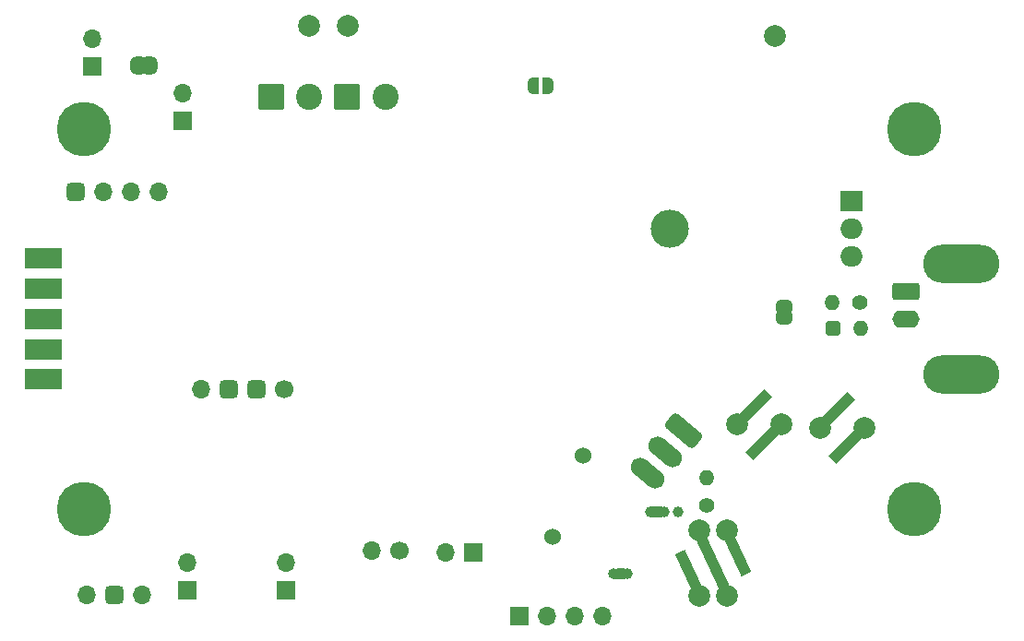
<source format=gbr>
%TF.GenerationSoftware,KiCad,Pcbnew,9.0.4*%
%TF.CreationDate,2025-10-22T16:45:45-04:00*%
%TF.ProjectId,SignalSlinger,5369676e-616c-4536-9c69-6e6765722e6b,rev?*%
%TF.SameCoordinates,Original*%
%TF.FileFunction,Soldermask,Bot*%
%TF.FilePolarity,Negative*%
%FSLAX46Y46*%
G04 Gerber Fmt 4.6, Leading zero omitted, Abs format (unit mm)*
G04 Created by KiCad (PCBNEW 9.0.4) date 2025-10-22 16:45:45*
%MOMM*%
%LPD*%
G01*
G04 APERTURE LIST*
G04 Aperture macros list*
%AMRoundRect*
0 Rectangle with rounded corners*
0 $1 Rounding radius*
0 $2 $3 $4 $5 $6 $7 $8 $9 X,Y pos of 4 corners*
0 Add a 4 corners polygon primitive as box body*
4,1,4,$2,$3,$4,$5,$6,$7,$8,$9,$2,$3,0*
0 Add four circle primitives for the rounded corners*
1,1,$1+$1,$2,$3*
1,1,$1+$1,$4,$5*
1,1,$1+$1,$6,$7*
1,1,$1+$1,$8,$9*
0 Add four rect primitives between the rounded corners*
20,1,$1+$1,$2,$3,$4,$5,0*
20,1,$1+$1,$4,$5,$6,$7,0*
20,1,$1+$1,$6,$7,$8,$9,0*
20,1,$1+$1,$8,$9,$2,$3,0*%
%AMHorizOval*
0 Thick line with rounded ends*
0 $1 width*
0 $2 $3 position (X,Y) of the first rounded end (center of the circle)*
0 $4 $5 position (X,Y) of the second rounded end (center of the circle)*
0 Add line between two ends*
20,1,$1,$2,$3,$4,$5,0*
0 Add two circle primitives to create the rounded ends*
1,1,$1,$2,$3*
1,1,$1,$4,$5*%
%AMRotRect*
0 Rectangle, with rotation*
0 The origin of the aperture is its center*
0 $1 length*
0 $2 width*
0 $3 Rotation angle, in degrees counterclockwise*
0 Add horizontal line*
21,1,$1,$2,0,0,$3*%
%AMFreePoly0*
4,1,39,0.549497,0.799497,0.570000,0.750000,0.570000,-0.750000,0.549497,-0.799497,0.500000,-0.820000,0.000000,-0.820000,-0.010328,-0.815722,-0.065263,-0.815722,-0.083380,-0.813337,-0.209459,-0.779555,-0.226342,-0.772562,-0.339381,-0.707299,-0.353878,-0.696174,-0.446174,-0.603878,-0.457299,-0.589381,-0.522562,-0.476342,-0.529555,-0.459459,-0.563337,-0.333380,-0.565722,-0.315263,-0.565722,-0.260327,
-0.570000,-0.250000,-0.570000,0.250000,-0.565722,0.260327,-0.565722,0.315263,-0.563337,0.333380,-0.529555,0.459459,-0.522562,0.476342,-0.457299,0.589381,-0.446174,0.603878,-0.353878,0.696174,-0.339381,0.707299,-0.226342,0.772562,-0.209459,0.779555,-0.083380,0.813337,-0.065263,0.815722,-0.010328,0.815722,0.000000,0.820000,0.500000,0.820000,0.549497,0.799497,0.549497,0.799497,
$1*%
%AMFreePoly1*
4,1,39,0.010328,0.815722,0.065263,0.815722,0.083380,0.813337,0.209459,0.779555,0.226342,0.772562,0.339381,0.707299,0.353878,0.696174,0.446174,0.603878,0.457299,0.589381,0.522562,0.476342,0.529555,0.459459,0.563337,0.333380,0.565722,0.315263,0.565722,0.260327,0.570000,0.250000,0.570000,-0.250000,0.565722,-0.260327,0.565722,-0.315263,0.563337,-0.333380,0.529555,-0.459459,
0.522562,-0.476342,0.457299,-0.589381,0.446174,-0.603878,0.353878,-0.696174,0.339381,-0.707299,0.226342,-0.772562,0.209459,-0.779555,0.083380,-0.813337,0.065263,-0.815722,0.010328,-0.815722,0.000000,-0.820000,-0.500000,-0.820000,-0.549497,-0.799497,-0.570000,-0.750000,-0.570000,0.750000,-0.549497,0.799497,-0.500000,0.820000,0.000000,0.820000,0.010328,0.815722,0.010328,0.815722,
$1*%
%AMFreePoly2*
4,1,23,0.500000,-0.750000,0.000000,-0.750000,0.000000,-0.745722,-0.065263,-0.745722,-0.191342,-0.711940,-0.304381,-0.646677,-0.396677,-0.554381,-0.461940,-0.441342,-0.495722,-0.315263,-0.495722,-0.250000,-0.500000,-0.250000,-0.500000,0.250000,-0.495722,0.250000,-0.495722,0.315263,-0.461940,0.441342,-0.396677,0.554381,-0.304381,0.646677,-0.191342,0.711940,-0.065263,0.745722,0.000000,0.745722,
0.000000,0.750000,0.500000,0.750000,0.500000,-0.750000,0.500000,-0.750000,$1*%
%AMFreePoly3*
4,1,23,0.000000,0.745722,0.065263,0.745722,0.191342,0.711940,0.304381,0.646677,0.396677,0.554381,0.461940,0.441342,0.495722,0.315263,0.495722,0.250000,0.500000,0.250000,0.500000,-0.250000,0.495722,-0.250000,0.495722,-0.315263,0.461940,-0.441342,0.396677,-0.554381,0.304381,-0.646677,0.191342,-0.711940,0.065263,-0.745722,0.000000,-0.745722,0.000000,-0.750000,-0.500000,-0.750000,
-0.500000,0.750000,0.000000,0.750000,0.000000,0.745722,0.000000,0.745722,$1*%
G04 Aperture macros list end*
%ADD10R,1.700000X1.700000*%
%ADD11O,1.700000X1.700000*%
%ADD12RoundRect,0.350000X-0.350000X-0.350000X0.350000X-0.350000X0.350000X0.350000X-0.350000X0.350000X0*%
%ADD13O,1.400000X1.400000*%
%ADD14C,2.000000*%
%ADD15C,1.700000*%
%ADD16C,0.800000*%
%ADD17C,1.524000*%
%ADD18C,5.000000*%
%ADD19RoundRect,0.250001X-0.949999X-0.949999X0.949999X-0.949999X0.949999X0.949999X-0.949999X0.949999X0*%
%ADD20C,2.400000*%
%ADD21R,0.450000X0.250000*%
%ADD22C,1.000000*%
%ADD23C,1.400000*%
%ADD24HorizOval,1.699260X-0.689769X0.578785X0.689769X-0.578785X0*%
%ADD25RoundRect,0.424815X1.288262X-0.526424X-0.742131X1.177278X-1.288262X0.526424X0.742131X-1.177278X0*%
%ADD26RotRect,4.000000X1.000000X45.000000*%
%ADD27RotRect,4.000000X1.000000X115.000000*%
%ADD28RotRect,6.000000X1.000000X115.000000*%
%ADD29O,2.500000X1.600000*%
%ADD30O,7.000000X3.500000*%
%ADD31RoundRect,0.250000X-1.000000X0.550000X-1.000000X-0.550000X1.000000X-0.550000X1.000000X0.550000X0*%
%ADD32R,0.466000X0.250000*%
%ADD33O,1.000000X1.000000*%
%ADD34C,0.001000*%
%ADD35RoundRect,0.425000X-0.425000X0.425000X-0.425000X-0.425000X0.425000X-0.425000X0.425000X0.425000X0*%
%ADD36FreePoly0,180.000000*%
%ADD37FreePoly1,180.000000*%
%ADD38O,3.500000X3.500000*%
%ADD39R,2.000000X1.905000*%
%ADD40O,2.000000X1.905000*%
%ADD41FreePoly2,270.000000*%
%ADD42FreePoly3,270.000000*%
%ADD43RoundRect,0.425000X0.425000X-0.425000X0.425000X0.425000X-0.425000X0.425000X-0.425000X-0.425000X0*%
%ADD44R,3.480000X1.846667*%
%ADD45FreePoly2,0.000000*%
%ADD46FreePoly3,0.000000*%
G04 APERTURE END LIST*
D10*
%TO.C,J104*%
X61270000Y-114320000D03*
D11*
X61270000Y-111780000D03*
%TD*%
D12*
%TO.C,R1*%
X120620000Y-90270000D03*
D13*
X123160000Y-90270000D03*
%TD*%
D10*
%TO.C,J203*%
X52570000Y-66205000D03*
D11*
X52570000Y-63665000D03*
%TD*%
D14*
%TO.C,REF\u002A\u002A*%
X76060000Y-62500000D03*
%TD*%
D15*
%TO.C,J101*%
X80750000Y-110685000D03*
D11*
X78210000Y-110685000D03*
%TD*%
D16*
%TO.C,W101*%
X97610000Y-101910000D03*
D17*
X97610000Y-101910000D03*
D16*
X94873839Y-109427541D03*
D17*
X94873839Y-109427541D03*
%TD*%
D14*
%TO.C,J201*%
X115280000Y-63460000D03*
%TD*%
D10*
%TO.C,J103*%
X87600000Y-110825000D03*
D11*
X85060000Y-110825000D03*
%TD*%
D18*
%TO.C,REF\u002A\u002A*%
X51855000Y-71950000D03*
%TD*%
D19*
%TO.C,J205*%
X69000000Y-69000000D03*
D20*
X72500000Y-69000000D03*
D19*
X76000000Y-69000000D03*
D20*
X79500000Y-69000000D03*
%TD*%
D14*
%TO.C,REF\u002A\u002A*%
X72450000Y-62500000D03*
%TD*%
D18*
%TO.C,REF\u002A\u002A*%
X128055000Y-71950000D03*
%TD*%
D21*
%TO.C,JP101*%
X104435000Y-107090000D03*
D22*
X103785000Y-107090000D03*
X105055000Y-107090000D03*
X106325000Y-107090000D03*
%TD*%
D10*
%TO.C,J106*%
X70410000Y-114320000D03*
D11*
X70410000Y-111780000D03*
%TD*%
D23*
%TO.C,R2*%
X123060000Y-87920000D03*
D13*
X120520000Y-87920000D03*
%TD*%
D24*
%TO.C,Q103*%
X103577319Y-103585753D03*
X105210000Y-101640000D03*
D25*
X106842681Y-99694247D03*
%TD*%
D14*
%TO.C,L301*%
X111810000Y-99100000D03*
D26*
X113200000Y-97610000D03*
X114300000Y-100610000D03*
D14*
X115810000Y-99100000D03*
%TD*%
%TO.C,L101*%
X108310000Y-114850000D03*
D27*
X107370000Y-112620000D03*
D14*
X110810000Y-114850000D03*
D28*
X109560000Y-111850000D03*
D14*
X108310000Y-108850000D03*
D27*
X111790000Y-111010000D03*
D14*
X110810000Y-108850000D03*
%TD*%
D23*
%TO.C,R109*%
X108970000Y-106490000D03*
D13*
X108970000Y-103950000D03*
%TD*%
D29*
%TO.C,J301*%
X127275000Y-89412500D03*
D30*
X132355000Y-84332500D03*
D31*
X127275000Y-86872500D03*
D30*
X132355000Y-94492500D03*
%TD*%
D10*
%TO.C,J204*%
X60900000Y-71175000D03*
D11*
X60900000Y-68635000D03*
%TD*%
D32*
%TO.C,JP102*%
X101070000Y-112790000D03*
D33*
X100420000Y-112790000D03*
D22*
X101690000Y-112790000D03*
%TD*%
D10*
%TO.C,TP101*%
X91750000Y-116680000D03*
D11*
X94290000Y-116680000D03*
X96830000Y-116680000D03*
X99370000Y-116680000D03*
%TD*%
D18*
%TO.C,REF\u002A\u002A*%
X128055000Y-106875000D03*
%TD*%
%TO.C,REF\u002A\u002A*%
X51855000Y-106875000D03*
%TD*%
D14*
%TO.C,L302*%
X119430000Y-99390000D03*
D26*
X120820000Y-97900000D03*
X121920000Y-100900000D03*
D14*
X123430000Y-99390000D03*
%TD*%
D34*
%TO.C,SW101*%
X82190000Y-114815000D03*
X82190000Y-117565000D03*
%TD*%
D11*
%TO.C,J102*%
X52045000Y-114710000D03*
D35*
X54585000Y-114710000D03*
D11*
X57125000Y-114710000D03*
%TD*%
D36*
%TO.C,JP201*%
X57970000Y-66130000D03*
D37*
X56670000Y-66130000D03*
%TD*%
D35*
%TO.C,J105*%
X51052500Y-77750000D03*
D11*
X53592500Y-77750000D03*
X56132500Y-77750000D03*
X58672500Y-77750000D03*
%TD*%
D38*
%TO.C,U203*%
X105580000Y-81100000D03*
D39*
X122240000Y-78560000D03*
D40*
X122240000Y-81100000D03*
X122240000Y-83640000D03*
%TD*%
D41*
%TO.C,JP203*%
X116100000Y-88150000D03*
D42*
X116100000Y-89450000D03*
%TD*%
D15*
%TO.C,MOD201*%
X70197500Y-95890000D03*
D43*
X67657500Y-95890000D03*
X65117500Y-95890000D03*
D11*
X62577500Y-95890000D03*
%TD*%
D44*
%TO.C,J107*%
X48102500Y-83872500D03*
X48102500Y-86642500D03*
X48102500Y-89412500D03*
X48102500Y-92182500D03*
X48102500Y-94952500D03*
%TD*%
D45*
%TO.C,JP204*%
X93100000Y-68000000D03*
D46*
X94400000Y-68000000D03*
%TD*%
G36*
X104919191Y-106638907D02*
G01*
X104955155Y-106688407D01*
X104960000Y-106719000D01*
X104960000Y-107491000D01*
X104941093Y-107549191D01*
X104891593Y-107585155D01*
X104861000Y-107590000D01*
X103939000Y-107590000D01*
X103880809Y-107571093D01*
X103844845Y-107521593D01*
X103840000Y-107491000D01*
X103840000Y-106719000D01*
X103858907Y-106660809D01*
X103908407Y-106624845D01*
X103939000Y-106620000D01*
X104861000Y-106620000D01*
X104919191Y-106638907D01*
G37*
G36*
X101539191Y-112338907D02*
G01*
X101575155Y-112388407D01*
X101580000Y-112419000D01*
X101580000Y-113171912D01*
X101561093Y-113230103D01*
X101511593Y-113266067D01*
X101481917Y-113270908D01*
X100621901Y-113278871D01*
X100563537Y-113260503D01*
X100527117Y-113211338D01*
X100523907Y-113160459D01*
X100676083Y-112399584D01*
X100706035Y-112346232D01*
X100761627Y-112320674D01*
X100773160Y-112320000D01*
X101481000Y-112320000D01*
X101539191Y-112338907D01*
G37*
G36*
X57601451Y-65390574D02*
G01*
X57648001Y-65442679D01*
X57660000Y-65495893D01*
X57660000Y-66756000D01*
X57640315Y-66823039D01*
X57587511Y-66868794D01*
X57536000Y-66880000D01*
X57130343Y-66880000D01*
X57063304Y-66860315D01*
X57017549Y-66807511D01*
X57006399Y-66759711D01*
X56968871Y-65506319D01*
X56986540Y-65438720D01*
X57037951Y-65391406D01*
X57090936Y-65378622D01*
X57534121Y-65371907D01*
X57601451Y-65390574D01*
G37*
G36*
X116725250Y-88420463D02*
G01*
X116771749Y-88472613D01*
X116783642Y-88522019D01*
X116796107Y-88939590D01*
X116778431Y-89007187D01*
X116727016Y-89054497D01*
X116669561Y-89067263D01*
X115493756Y-89042596D01*
X115427144Y-89021509D01*
X115382507Y-88967757D01*
X115372380Y-88916239D01*
X115379620Y-88539733D01*
X115400590Y-88473084D01*
X115454264Y-88428353D01*
X115501838Y-88418129D01*
X116657938Y-88401731D01*
X116725250Y-88420463D01*
G37*
M02*

</source>
